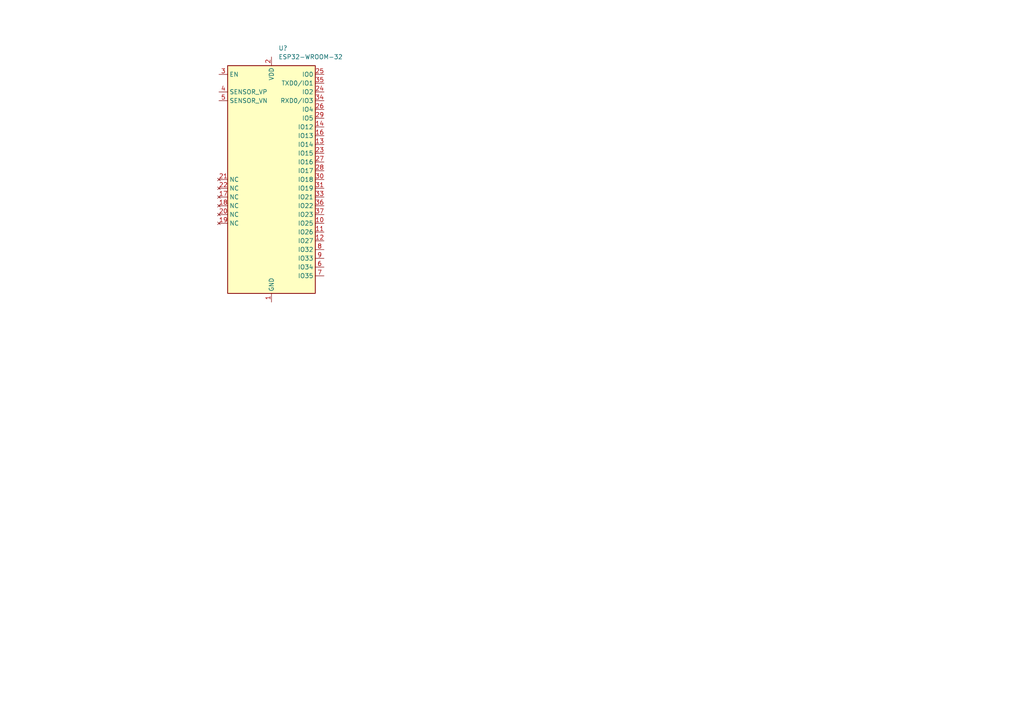
<source format=kicad_sch>
(kicad_sch (version 20211123) (generator eeschema)
  (paper "A4")
  (lib_symbols
    (symbol "esp32:ESP32-WROOM-32E"
      (property "Reference" "U" (at -12.7 34.29 0))
      (property "Value" "ESP32-WROOM-32E" (at 1.27 34.29 0))
      (symbol "ESP32-WROOM-32E_0_1"
        (rectangle (start -12.7 33.02) (end 12.7 -33.02) (stroke (width 0.254)) (fill (type background)))
      )
      (symbol "ESP32-WROOM-32E_1_1"
        (pin power_in line (at 0 -35.56 90) (length 2.54) (name "GND") (number "1"))
        (pin bidirectional line (at 15.24 -12.7 180) (length 2.54) (name "IO25") (number "10"))
        (pin bidirectional line (at 15.24 -15.24 180) (length 2.54) (name "IO26") (number "11"))
        (pin bidirectional line (at 15.24 -17.78 180) (length 2.54) (name "IO27") (number "12"))
        (pin bidirectional line (at 15.24 10.16 180) (length 2.54) (name "IO14") (number "13"))
        (pin bidirectional line (at 15.24 15.24 180) (length 2.54) (name "IO12") (number "14"))
        (pin passive line (at 0 -35.56 90) (length 2.54) hide (name "GND") (number "15"))
        (pin bidirectional line (at 15.24 12.7 180) (length 2.54) (name "IO13") (number "16"))
        (pin no_connect line (at -15.24 -5.08 0) (length 2.54) (name "NC") (number "17"))
        (pin no_connect line (at -15.24 -7.62 0) (length 2.54) (name "NC") (number "18"))
        (pin no_connect line (at -15.24 -12.7 0) (length 2.54) (name "NC") (number "19"))
        (pin power_in line (at 0 35.56 270) (length 2.54) (name "VDD") (number "2"))
        (pin no_connect line (at -15.24 -10.16 0) (length 2.54) (name "NC") (number "20"))
        (pin no_connect line (at -15.24 0 0) (length 2.54) (name "NC") (number "21"))
        (pin no_connect line (at -15.24 -2.54 0) (length 2.54) (name "NC") (number "22"))
        (pin bidirectional line (at 15.24 7.62 180) (length 2.54) (name "IO15") (number "23"))
        (pin bidirectional line (at 15.24 25.4 180) (length 2.54) (name "IO2") (number "24"))
        (pin bidirectional line (at 15.24 30.48 180) (length 2.54) (name "IO0") (number "25"))
        (pin bidirectional line (at 15.24 20.32 180) (length 2.54) (name "IO4") (number "26"))
        (pin bidirectional line (at 15.24 5.08 180) (length 2.54) (name "IO16") (number "27"))
        (pin bidirectional line (at 15.24 2.54 180) (length 2.54) (name "IO17") (number "28"))
        (pin bidirectional line (at 15.24 17.78 180) (length 2.54) (name "IO5") (number "29"))
        (pin input line (at -15.24 30.48 0) (length 2.54) (name "EN") (number "3"))
        (pin bidirectional line (at 15.24 0 180) (length 2.54) (name "IO18") (number "30"))
        (pin bidirectional line (at 15.24 -2.54 180) (length 2.54) (name "IO19") (number "31"))
        (pin no_connect line (at -12.7 -27.94 0) (length 2.54) hide (name "NC") (number "32"))
        (pin bidirectional line (at 15.24 -5.08 180) (length 2.54) (name "IO21") (number "33"))
        (pin bidirectional line (at 15.24 22.86 180) (length 2.54) (name "RXD0/IO3") (number "34"))
        (pin bidirectional line (at 15.24 27.94 180) (length 2.54) (name "TXD0/IO1") (number "35"))
        (pin bidirectional line (at 15.24 -7.62 180) (length 2.54) (name "IO22") (number "36"))
        (pin bidirectional line (at 15.24 -10.16 180) (length 2.54) (name "IO23") (number "37"))
        (pin passive line (at 0 -35.56 90) (length 2.54) hide (name "GND") (number "38"))
        (pin passive line (at 0 -35.56 90) (length 2.54) hide (name "GND") (number "39"))
        (pin input line (at -15.24 25.4 0) (length 2.54) (name "SENSOR_VP") (number "4"))
        (pin input line (at -15.24 22.86 0) (length 2.54) (name "SENSOR_VN") (number "5"))
        (pin input line (at 15.24 -25.4 180) (length 2.54) (name "IO34") (number "6"))
        (pin input line (at 15.24 -27.94 180) (length 2.54) (name "IO35") (number "7"))
        (pin bidirectional line (at 15.24 -20.32 180) (length 2.54) (name "IO32") (number "8"))
        (pin bidirectional line (at 15.24 -22.86 180) (length 2.54) (name "IO33") (number "9"))
      )
    )
  )
  (symbol (lib_id "esp32:ESP32-WROOM-32E") (at 78.74 52.07 0) (unit 1)
    (property "Reference" "U?" (at 80.7594 13.97 0) (effects (justify left)))
    (property "Value" "ESP32-WROOM-32" (at 80.7594 16.51 0) (effects (justify left)))
    (property "Footprint" "RF_Module:ESP32-WROOM-32" (effects hide))
    (property "Datasheet" "https://www.espressif.com/sites/default/files/documentation/esp32-wroom-32_datasheet_en.pdf" (effects hide))
  )
)
</source>
